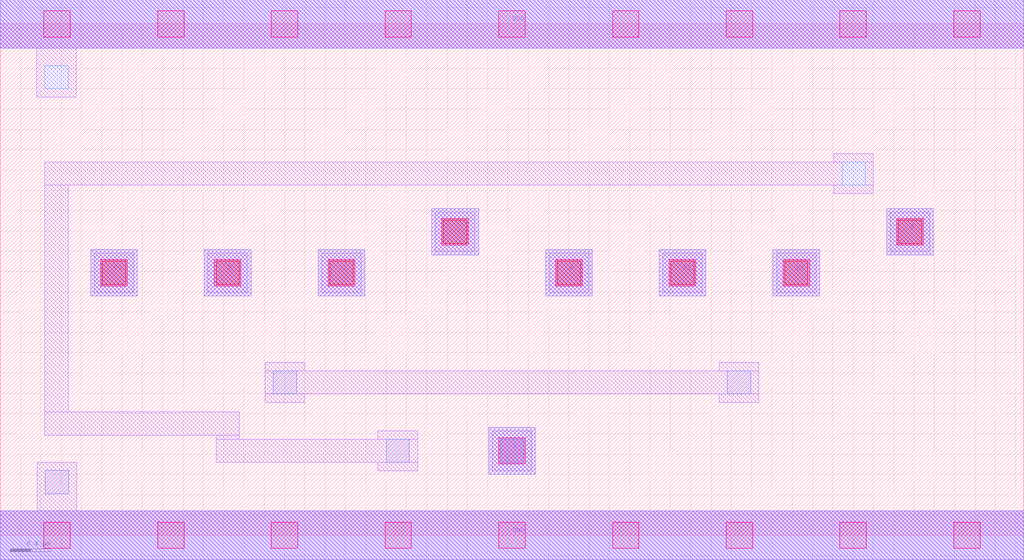
<source format=lef>
MACRO AAOAI2212
 CLASS CORE ;
 FOREIGN AAOAI2212 0 0 ;
 SIZE 10.08 BY 5.04 ;
 ORIGIN 0 0 ;
 SYMMETRY X Y R90 ;
 SITE unit ;
  PIN VDD
   DIRECTION INOUT ;
   USE POWER ;
   SHAPE ABUTMENT ;
    PORT
     CLASS CORE ;
       LAYER met1 ;
        RECT 0.00000000 4.80000000 10.08000000 5.28000000 ;
       LAYER met2 ;
        RECT 0.00000000 4.80000000 10.08000000 5.28000000 ;
    END
  END VDD

  PIN GND
   DIRECTION INOUT ;
   USE POWER ;
   SHAPE ABUTMENT ;
    PORT
     CLASS CORE ;
       LAYER met1 ;
        RECT 0.00000000 -0.24000000 10.08000000 0.24000000 ;
       LAYER met2 ;
        RECT 0.00000000 -0.24000000 10.08000000 0.24000000 ;
    END
  END GND

  PIN Y
   DIRECTION INOUT ;
   USE SIGNAL ;
   SHAPE ABUTMENT ;
    PORT
     CLASS CORE ;
       LAYER met2 ;
        RECT 4.81000000 0.60200000 5.27000000 1.06200000 ;
    END
  END Y

  PIN A
   DIRECTION INOUT ;
   USE SIGNAL ;
   SHAPE ABUTMENT ;
    PORT
     CLASS CORE ;
       LAYER met2 ;
        RECT 5.37000000 2.35700000 5.83000000 2.81700000 ;
    END
  END A

  PIN D1
   DIRECTION INOUT ;
   USE SIGNAL ;
   SHAPE ABUTMENT ;
    PORT
     CLASS CORE ;
       LAYER met2 ;
        RECT 0.89000000 2.35700000 1.35000000 2.81700000 ;
    END
  END D1

  PIN C
   DIRECTION INOUT ;
   USE SIGNAL ;
   SHAPE ABUTMENT ;
    PORT
     CLASS CORE ;
       LAYER met2 ;
        RECT 3.13000000 2.35700000 3.59000000 2.81700000 ;
    END
  END C

  PIN D
   DIRECTION INOUT ;
   USE SIGNAL ;
   SHAPE ABUTMENT ;
    PORT
     CLASS CORE ;
       LAYER met2 ;
        RECT 2.01000000 2.35700000 2.47000000 2.81700000 ;
    END
  END D

  PIN A1
   DIRECTION INOUT ;
   USE SIGNAL ;
   SHAPE ABUTMENT ;
    PORT
     CLASS CORE ;
       LAYER met2 ;
        RECT 6.49000000 2.35700000 6.95000000 2.81700000 ;
    END
  END A1

  PIN B
   DIRECTION INOUT ;
   USE SIGNAL ;
   SHAPE ABUTMENT ;
    PORT
     CLASS CORE ;
       LAYER met2 ;
        RECT 4.25000000 2.76200000 4.71000000 3.22200000 ;
       LAYER met2 ;
        RECT 8.73000000 2.76200000 9.19000000 3.22200000 ;
    END
  END B

  PIN B1
   DIRECTION INOUT ;
   USE SIGNAL ;
   SHAPE ABUTMENT ;
    PORT
     CLASS CORE ;
       LAYER met2 ;
        RECT 7.61000000 2.35700000 8.07000000 2.81700000 ;
    END
  END B1

 OBS
    LAYER polycont ;
     RECT 1.00500000 2.47200000 1.23500000 2.70200000 ;
     RECT 2.12500000 2.47200000 2.35500000 2.70200000 ;
     RECT 3.24500000 2.47200000 3.47500000 2.70200000 ;
     RECT 5.48500000 2.47200000 5.71500000 2.70200000 ;
     RECT 6.60500000 2.47200000 6.83500000 2.70200000 ;
     RECT 7.72500000 2.47200000 7.95500000 2.70200000 ;
     RECT 4.36500000 2.87700000 4.59500000 3.10700000 ;
     RECT 8.84500000 2.87700000 9.07500000 3.10700000 ;

    LAYER pdiffc ;
     RECT 8.29000000 3.45000000 8.52000000 3.68000000 ;
     RECT 0.44000000 4.40000000 0.67000000 4.63000000 ;

    LAYER ndiffc ;
     RECT 0.44500000 0.41000000 0.67500000 0.64000000 ;
     RECT 3.80000000 0.71700000 4.03000000 0.94700000 ;
     RECT 4.92500000 0.71700000 5.15500000 0.94700000 ;
     RECT 2.69000000 1.39200000 2.92000000 1.62200000 ;
     RECT 7.16000000 1.39200000 7.39000000 1.62200000 ;

    LAYER met1 ;
     RECT 0.00000000 -0.24000000 10.08000000 0.24000000 ;
     RECT 0.36500000 0.24000000 0.75500000 0.72000000 ;
     RECT 4.84500000 0.63700000 5.23500000 1.02700000 ;
     RECT 2.61000000 1.31200000 3.00000000 1.39200000 ;
     RECT 7.08000000 1.31200000 7.47000000 1.39200000 ;
     RECT 2.61000000 1.39200000 7.47000000 1.62200000 ;
     RECT 2.61000000 1.62200000 3.00000000 1.70200000 ;
     RECT 7.08000000 1.62200000 7.47000000 1.70200000 ;
     RECT 0.92500000 2.39200000 1.31500000 2.78200000 ;
     RECT 2.04500000 2.39200000 2.43500000 2.78200000 ;
     RECT 3.16500000 2.39200000 3.55500000 2.78200000 ;
     RECT 5.40500000 2.39200000 5.79500000 2.78200000 ;
     RECT 6.52500000 2.39200000 6.91500000 2.78200000 ;
     RECT 7.64500000 2.39200000 8.03500000 2.78200000 ;
     RECT 4.28500000 2.79700000 4.67500000 3.18700000 ;
     RECT 8.76500000 2.79700000 9.15500000 3.18700000 ;
     RECT 3.72000000 0.63700000 4.11000000 0.71700000 ;
     RECT 2.12500000 0.71700000 4.11000000 0.94700000 ;
     RECT 2.12500000 0.94700000 2.35500000 0.98700000 ;
     RECT 3.72000000 0.94700000 4.11000000 1.02700000 ;
     RECT 0.44000000 0.98700000 2.35500000 1.21700000 ;
     RECT 0.44000000 1.21700000 0.67000000 3.45000000 ;
     RECT 8.21000000 3.37000000 8.60000000 3.45000000 ;
     RECT 0.44000000 3.45000000 8.60000000 3.68000000 ;
     RECT 8.21000000 3.68000000 8.60000000 3.76000000 ;
     RECT 0.36000000 4.32000000 0.75000000 4.80000000 ;
     RECT 0.00000000 4.80000000 10.08000000 5.28000000 ;

    LAYER via1 ;
     RECT 0.43000000 -0.13000000 0.69000000 0.13000000 ;
     RECT 1.55000000 -0.13000000 1.81000000 0.13000000 ;
     RECT 2.67000000 -0.13000000 2.93000000 0.13000000 ;
     RECT 3.79000000 -0.13000000 4.05000000 0.13000000 ;
     RECT 4.91000000 -0.13000000 5.17000000 0.13000000 ;
     RECT 6.03000000 -0.13000000 6.29000000 0.13000000 ;
     RECT 7.15000000 -0.13000000 7.41000000 0.13000000 ;
     RECT 8.27000000 -0.13000000 8.53000000 0.13000000 ;
     RECT 9.39000000 -0.13000000 9.65000000 0.13000000 ;
     RECT 4.91000000 0.70200000 5.17000000 0.96200000 ;
     RECT 0.99000000 2.45700000 1.25000000 2.71700000 ;
     RECT 2.11000000 2.45700000 2.37000000 2.71700000 ;
     RECT 3.23000000 2.45700000 3.49000000 2.71700000 ;
     RECT 5.47000000 2.45700000 5.73000000 2.71700000 ;
     RECT 6.59000000 2.45700000 6.85000000 2.71700000 ;
     RECT 7.71000000 2.45700000 7.97000000 2.71700000 ;
     RECT 4.35000000 2.86200000 4.61000000 3.12200000 ;
     RECT 8.83000000 2.86200000 9.09000000 3.12200000 ;
     RECT 0.43000000 4.91000000 0.69000000 5.17000000 ;
     RECT 1.55000000 4.91000000 1.81000000 5.17000000 ;
     RECT 2.67000000 4.91000000 2.93000000 5.17000000 ;
     RECT 3.79000000 4.91000000 4.05000000 5.17000000 ;
     RECT 4.91000000 4.91000000 5.17000000 5.17000000 ;
     RECT 6.03000000 4.91000000 6.29000000 5.17000000 ;
     RECT 7.15000000 4.91000000 7.41000000 5.17000000 ;
     RECT 8.27000000 4.91000000 8.53000000 5.17000000 ;
     RECT 9.39000000 4.91000000 9.65000000 5.17000000 ;

    LAYER met2 ;
     RECT 0.00000000 -0.24000000 10.08000000 0.24000000 ;
     RECT 4.81000000 0.60200000 5.27000000 1.06200000 ;
     RECT 0.89000000 2.35700000 1.35000000 2.81700000 ;
     RECT 2.01000000 2.35700000 2.47000000 2.81700000 ;
     RECT 3.13000000 2.35700000 3.59000000 2.81700000 ;
     RECT 5.37000000 2.35700000 5.83000000 2.81700000 ;
     RECT 6.49000000 2.35700000 6.95000000 2.81700000 ;
     RECT 7.61000000 2.35700000 8.07000000 2.81700000 ;
     RECT 4.25000000 2.76200000 4.71000000 3.22200000 ;
     RECT 8.73000000 2.76200000 9.19000000 3.22200000 ;
     RECT 0.00000000 4.80000000 10.08000000 5.28000000 ;

 END
END AAOAI2212

</source>
